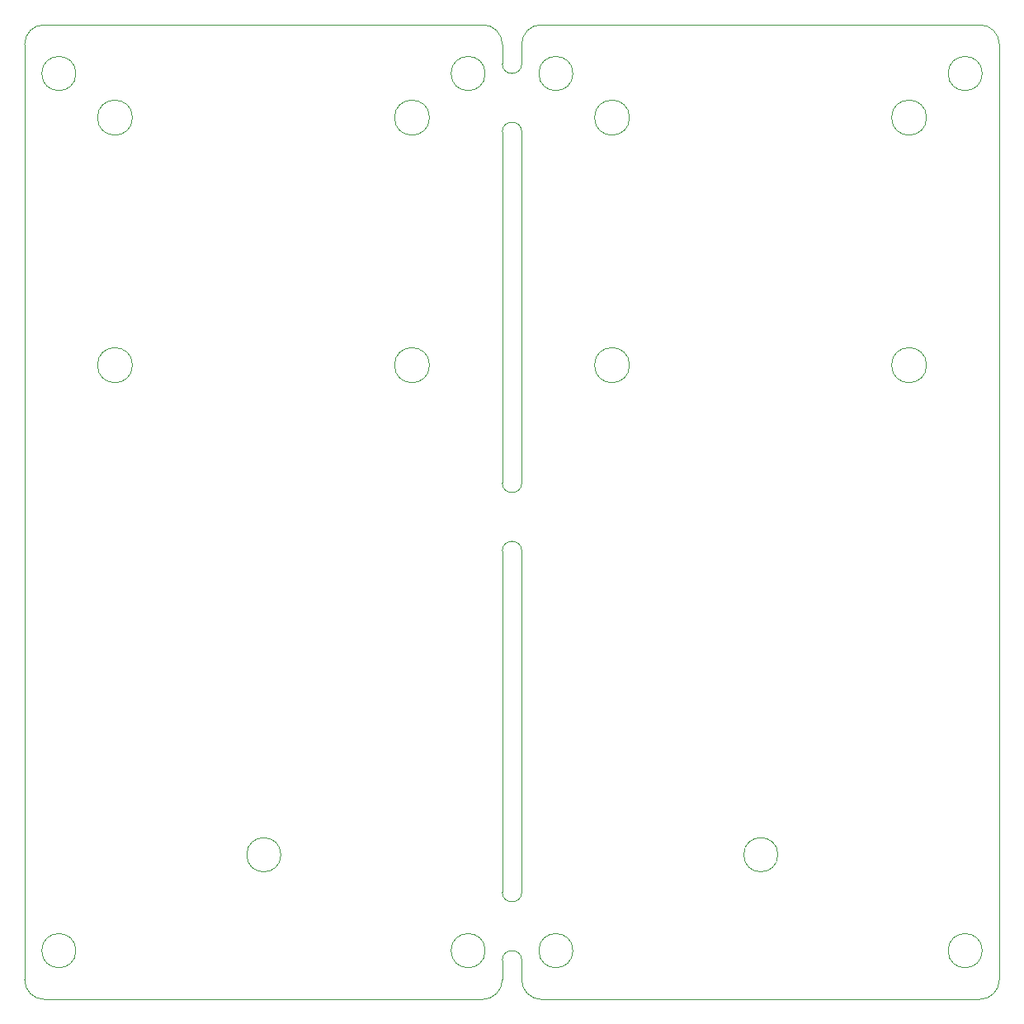
<source format=gm1>
G04 #@! TF.GenerationSoftware,KiCad,Pcbnew,(5.1.5)-3*
G04 #@! TF.CreationDate,2022-03-28T13:22:09+02:00*
G04 #@! TF.ProjectId,Panel-Game-Console,50616e65-6c2d-4476-916d-652d436f6e73,v3.3*
G04 #@! TF.SameCoordinates,Original*
G04 #@! TF.FileFunction,Profile,NP*
%FSLAX46Y46*%
G04 Gerber Fmt 4.6, Leading zero omitted, Abs format (unit mm)*
G04 Created by KiCad (PCBNEW (5.1.5)-3) date 2022-03-28 13:22:09*
%MOMM*%
%LPD*%
G04 APERTURE LIST*
%ADD10C,0.050000*%
G04 APERTURE END LIST*
D10*
X187536051Y-48525000D02*
G75*
G03X187536051Y-48525000I-1796051J0D01*
G01*
X157056051Y-73925000D02*
G75*
G03X157056051Y-73925000I-1796051J0D01*
G01*
X187536051Y-73925000D02*
G75*
G03X187536051Y-73925000I-1796051J0D01*
G01*
X151250000Y-134000000D02*
G75*
G03X151250000Y-134000000I-1750000J0D01*
G01*
X151250000Y-44000000D02*
G75*
G03X151250000Y-44000000I-1750000J0D01*
G01*
X172280000Y-124160000D02*
G75*
G03X172280000Y-124160000I-1750000J0D01*
G01*
X193250000Y-134000000D02*
G75*
G03X193250000Y-134000000I-1750000J0D01*
G01*
X157056051Y-48525000D02*
G75*
G03X157056051Y-48525000I-1796051J0D01*
G01*
X193250000Y-44000000D02*
G75*
G03X193250000Y-44000000I-1750000J0D01*
G01*
X148000000Y-138995380D02*
G75*
G02X146000000Y-136995380I0J2000000D01*
G01*
X146000000Y-134995380D02*
X146000000Y-136995380D01*
X144000000Y-136995380D02*
X144000000Y-134995380D01*
X146000000Y-127995380D02*
X146000000Y-92995380D01*
X144000000Y-92995380D02*
X144000000Y-127995380D01*
X146000000Y-85995380D02*
X146000000Y-49995380D01*
X144000000Y-49995380D02*
X144000000Y-85995380D01*
X144000000Y-134995380D02*
G75*
G02X146000000Y-134995380I1000000J0D01*
G01*
X146000000Y-127995380D02*
G75*
G02X144000000Y-127995380I-1000000J0D01*
G01*
X144000000Y-92995380D02*
G75*
G02X146000000Y-92995380I1000000J0D01*
G01*
X146000000Y-85995380D02*
G75*
G02X144000000Y-85995380I-1000000J0D01*
G01*
X144000000Y-49995380D02*
G75*
G02X146000000Y-49995380I1000000J0D01*
G01*
X146000000Y-42995380D02*
G75*
G02X144000000Y-42995380I-1000000J0D01*
G01*
X146000000Y-40995380D02*
X146000000Y-42995380D01*
X144000000Y-40995380D02*
X144000000Y-42995380D01*
X193000000Y-38995380D02*
G75*
G02X195000000Y-40995380I0J-2000000D01*
G01*
X195000000Y-136995380D02*
G75*
G02X193000000Y-138995380I-2000000J0D01*
G01*
X193000000Y-138995380D02*
X148000000Y-138995380D01*
X195000000Y-40995380D02*
X195000000Y-136995380D01*
X146000000Y-40995380D02*
G75*
G02X148000000Y-38995380I2000000J0D01*
G01*
X148000000Y-38995380D02*
X193000000Y-39000000D01*
X142000000Y-38995380D02*
G75*
G02X144000000Y-40995380I0J-2000000D01*
G01*
X144000000Y-136995380D02*
G75*
G02X142000000Y-138995380I-2000000J0D01*
G01*
X96991629Y-138995380D02*
G75*
G02X94991629Y-136995380I0J2000000D01*
G01*
X94991629Y-40995380D02*
G75*
G02X96991629Y-38995380I2000000J0D01*
G01*
X142000000Y-139000000D02*
X96991629Y-138995380D01*
X96991629Y-38995380D02*
X142000000Y-38995380D01*
X94991629Y-136995380D02*
X94991629Y-40995380D01*
X106056051Y-73925000D02*
G75*
G03X106056051Y-73925000I-1796051J0D01*
G01*
X136536051Y-73925000D02*
G75*
G03X136536051Y-73925000I-1796051J0D01*
G01*
X136536051Y-48525000D02*
G75*
G03X136536051Y-48525000I-1796051J0D01*
G01*
X106056051Y-48525000D02*
G75*
G03X106056051Y-48525000I-1796051J0D01*
G01*
X121280000Y-124160000D02*
G75*
G03X121280000Y-124160000I-1750000J0D01*
G01*
X100250000Y-134000000D02*
G75*
G03X100250000Y-134000000I-1750000J0D01*
G01*
X142250000Y-134000000D02*
G75*
G03X142250000Y-134000000I-1750000J0D01*
G01*
X142250000Y-44000000D02*
G75*
G03X142250000Y-44000000I-1750000J0D01*
G01*
X100250000Y-44000000D02*
G75*
G03X100250000Y-44000000I-1750000J0D01*
G01*
M02*

</source>
